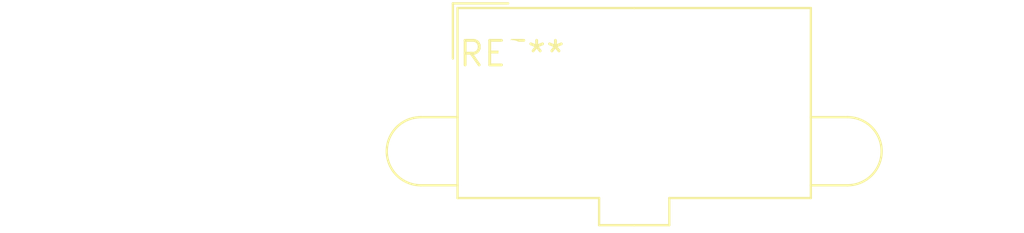
<source format=kicad_pcb>
(kicad_pcb (version 20240108) (generator pcbnew)
  (layers (0 "F.Cu" signal) (31 "B.Cu" signal) (34 "B.Paste" user) (35 "F.Paste" user) (36 "B.SilkS" user "B.Silkscreen") (37 "F.SilkS" user "F.Silkscreen") (38 "B.Mask" user) (39 "F.Mask" user) (44 "Edge.Cuts" user))
  (net 0 "")
  (footprint "Molex_Mini-Fit_Jr_5566-08A2_2x04_P4.20mm_Vertical" (layer "F.Cu") (at 0 0)
    (property "Reference" "REF**")
    (property "Value" "Molex_Mini-Fit_Jr_5566-08A2_2x04_P4.20mm_Vertical")
    (fp_line (start -4.7 3.28) (end -2.81 3.28) (layer "F.SilkS") (stroke (width 0.12)))
    (fp_line (start -4.7 6.8) (end -2.81 6.8) (layer "F.SilkS") (stroke (width 0.12)))
    (fp_line (start -3.05 -2.6) (end -3.05 0.25) (layer "F.SilkS") (stroke (width 0.12)))
    (fp_line (start -2.81 -2.36) (end -2.81 7.46) (layer "F.SilkS") (stroke (width 0.12)))
    (fp_line (start -2.81 7.46) (end 4.49 7.46) (layer "F.SilkS") (stroke (width 0.12)))
    (fp_line (start -0.2 -2.6) (end -3.05 -2.6) (layer "F.SilkS") (stroke (width 0.12)))
    (fp_line (start 4.49 7.46) (end 4.49 8.86) (layer "F.SilkS") (stroke (width 0.12)))
    (fp_line (start 4.49 8.86) (end 6.3 8.86) (layer "F.SilkS") (stroke (width 0.12)))
    (fp_line (start 6.3 -2.36) (end -2.81 -2.36) (layer "F.SilkS") (stroke (width 0.12)))
    (fp_line (start 6.3 -2.36) (end 15.41 -2.36) (layer "F.SilkS") (stroke (width 0.12)))
    (fp_line (start 8.11 7.46) (end 8.11 8.86) (layer "F.SilkS") (stroke (width 0.12)))
    (fp_line (start 8.11 8.86) (end 6.3 8.86) (layer "F.SilkS") (stroke (width 0.12)))
    (fp_line (start 15.41 -2.36) (end 15.41 7.46) (layer "F.SilkS") (stroke (width 0.12)))
    (fp_line (start 15.41 7.46) (end 8.11 7.46) (layer "F.SilkS") (stroke (width 0.12)))
    (fp_line (start 17.3 3.28) (end 15.41 3.28) (layer "F.SilkS") (stroke (width 0.12)))
    (fp_line (start 17.3 6.8) (end 15.41 6.8) (layer "F.SilkS") (stroke (width 0.12)))
    (fp_arc (start -4.7 6.8) (mid -6.46 5.04) (end -4.7 3.28) (layer "F.SilkS") (stroke (width 0.12)))
    (fp_arc (start 17.3 3.28) (mid 19.06 5.04) (end 17.3 6.8) (layer "F.SilkS") (stroke (width 0.12)))
    (pad "" np_thru_hole circle (at -4.7 5.04) (size 3 3) (drill 3) (layers *.Cu *.Mask))
    (pad "" np_thru_hole circle (at 17.3 5.04) (size 3 3) (drill 3) (layers *.Cu *.Mask))
    (pad "1" thru_hole roundrect (at 0 0) (size 2.7 3.3) (drill 1.4) (layers *.Cu *.Mask) (remove_unused_layers) (roundrect_rratio 0.092593))
    (pad "2" thru_hole oval (at 4.2 0) (size 2.7 3.3) (drill 1.4) (layers *.Cu *.Mask) (remove_unused_layers))
    (pad "3" thru_hole oval (at 8.4 0) (size 2.7 3.3) (drill 1.4) (layers *.Cu *.Mask) (remove_unused_layers))
    (pad "4" thru_hole oval (at 12.6 0) (size 2.7 3.3) (drill 1.4) (layers *.Cu *.Mask) (remove_unused_layers))
    (pad "5" thru_hole oval (at 0 5.5) (size 2.7 3.3) (drill 1.4) (layers *.Cu *.Mask) (remove_unused_layers))
    (pad "6" thru_hole oval (at 4.2 5.5) (size 2.7 3.3) (drill 1.4) (layers *.Cu *.Mask) (remove_unused_layers))
    (pad "7" thru_hole oval (at 8.4 5.5) (size 2.7 3.3) (drill 1.4) (layers *.Cu *.Mask) (remove_unused_layers))
    (pad "8" thru_hole oval (at 12.6 5.5) (size 2.7 3.3) (drill 1.4) (layers *.Cu *.Mask) (remove_unused_layers))
  )
)
</source>
